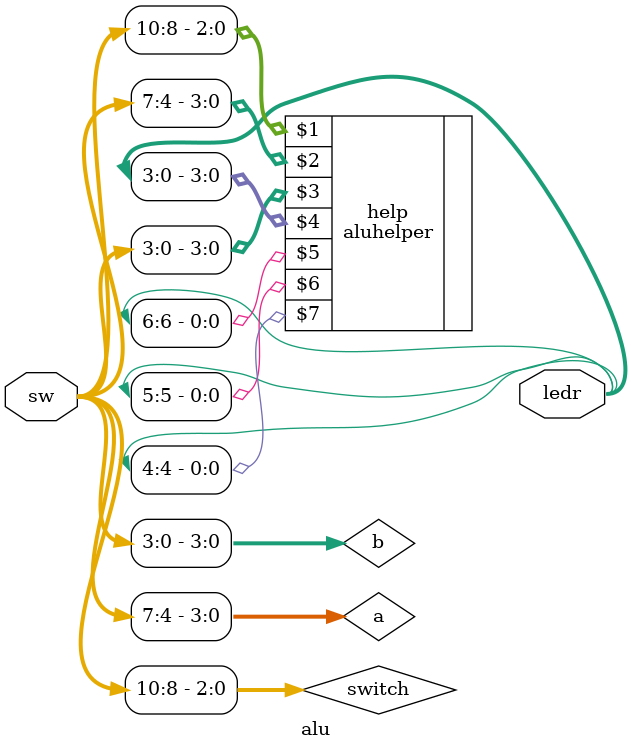
<source format=v>
module alu(
	input [11:0] sw,
	output reg [6:0] ledr
);
reg [3:0] a = sw[7:4];
reg [3:0] b = sw[3:0];
wire [2:0] switch = sw[10:8];
aluhelper help(switch,a,b,ledr[3:0],ledr[6],ledr[5],ledr[4]);

endmodule

</source>
